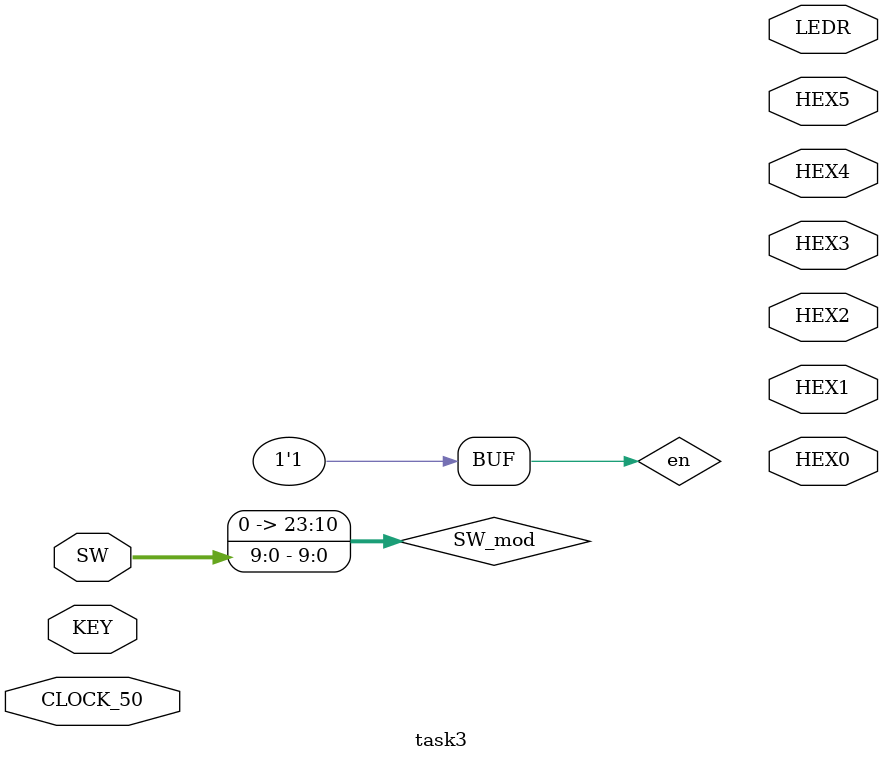
<source format=sv>
module task3(input logic CLOCK_50, input logic [3:0] KEY, input logic [9:0] SW,
             output logic [6:0] HEX0, output logic [6:0] HEX1, output logic [6:0] HEX2,
             output logic [6:0] HEX3, output logic [6:0] HEX4, output logic [6:0] HEX5,
             output logic [9:0] LEDR);

    //arc4 inputs
    wire en = 1'b1;
    wire [7:0] ct_rddata, pt_rddata;
    //arc4 outputs
    wire rdy, pt_wren;
    wire [7:0] ct_addr, pt_addr, pt_wrdata;
    //key for arc4
    wire [23:0] SW_mod;
    assign SW_mod = {14'b00000000000000, SW};

    //instantiate ciphertext memory
    ct_mem ct(ct_addr, CLOCK_50, 0, 0, ct_rddata);

    //instantiate plaintext memory
    pt_mem pt(pt_addr, CLOCK_50, pt_wrdata, pt_wren, pt_rddata);

    //instantiate arc4
    arc4 a4(CLOCK_50, KEY[3], en, rdy,
            SW_mod, ct_addr, ct_rddata,
            pt_addr, pt_rddata, pt_wrdata, pt_wren);


endmodule: task3

</source>
